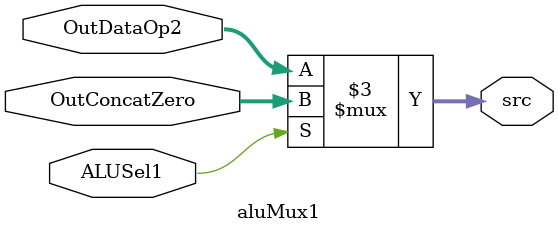
<source format=v>
module aluMux1(
    input [15:0] OutDataOp2, OutConcatZero,
    input ALUSel1,
    output reg [15:0] src
);

always@(*) begin
    if (ALUSel1) begin
        src = OutConcatZero;
    end
    else begin
        src = OutDataOp2;
    end
end

endmodule

</source>
